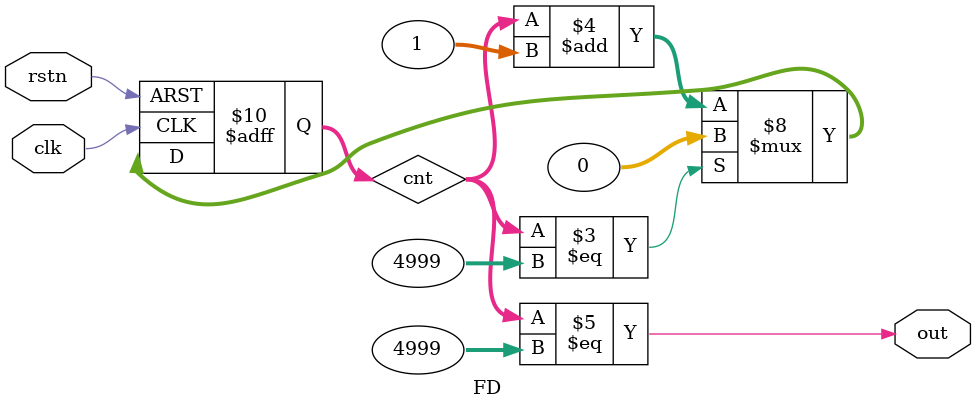
<source format=v>
`timescale 1ns / 1ps
module FD(
    input clk,
    input rstn,
    output out
    );
    parameter N=5000;
   // reg [17:0] cnt;
   integer cnt=0;
    always @(posedge clk or negedge rstn) begin
    if (~rstn)  cnt <= 0;
    else if (cnt == (N-1))  cnt <= 0;
    else  cnt <= cnt + 1;
    end
    
    assign out = (cnt == (N-1));
endmodule
</source>
